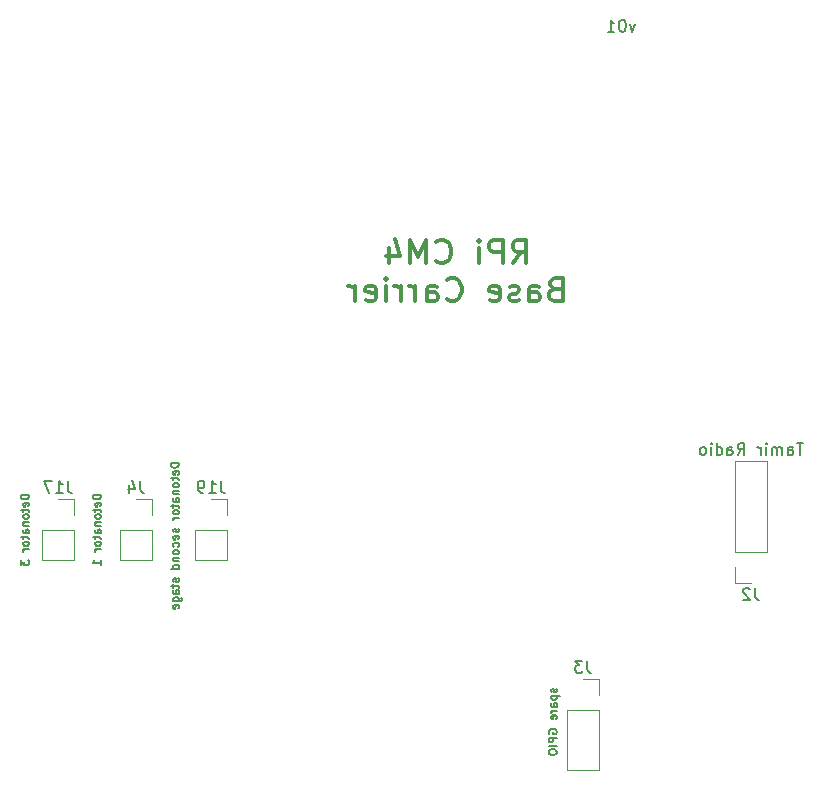
<source format=gbo>
%TF.GenerationSoftware,KiCad,Pcbnew,(6.0.5)*%
%TF.CreationDate,2023-03-12T20:27:36+02:00*%
%TF.ProjectId,rpi-cm4-base-carrier-rocket,7270692d-636d-4342-9d62-6173652d6361,v01*%
%TF.SameCoordinates,Original*%
%TF.FileFunction,Legend,Bot*%
%TF.FilePolarity,Positive*%
%FSLAX46Y46*%
G04 Gerber Fmt 4.6, Leading zero omitted, Abs format (unit mm)*
G04 Created by KiCad (PCBNEW (6.0.5)) date 2023-03-12 20:27:36*
%MOMM*%
%LPD*%
G01*
G04 APERTURE LIST*
%ADD10C,0.300000*%
%ADD11C,0.150000*%
%ADD12C,0.120000*%
G04 APERTURE END LIST*
D10*
X146954285Y-99878761D02*
X147620952Y-98926380D01*
X148097142Y-99878761D02*
X148097142Y-97878761D01*
X147335238Y-97878761D01*
X147144761Y-97974000D01*
X147049523Y-98069238D01*
X146954285Y-98259714D01*
X146954285Y-98545428D01*
X147049523Y-98735904D01*
X147144761Y-98831142D01*
X147335238Y-98926380D01*
X148097142Y-98926380D01*
X146097142Y-99878761D02*
X146097142Y-97878761D01*
X145335238Y-97878761D01*
X145144761Y-97974000D01*
X145049523Y-98069238D01*
X144954285Y-98259714D01*
X144954285Y-98545428D01*
X145049523Y-98735904D01*
X145144761Y-98831142D01*
X145335238Y-98926380D01*
X146097142Y-98926380D01*
X144097142Y-99878761D02*
X144097142Y-98545428D01*
X144097142Y-97878761D02*
X144192380Y-97974000D01*
X144097142Y-98069238D01*
X144001904Y-97974000D01*
X144097142Y-97878761D01*
X144097142Y-98069238D01*
X140478095Y-99688285D02*
X140573333Y-99783523D01*
X140859047Y-99878761D01*
X141049523Y-99878761D01*
X141335238Y-99783523D01*
X141525714Y-99593047D01*
X141620952Y-99402571D01*
X141716190Y-99021619D01*
X141716190Y-98735904D01*
X141620952Y-98354952D01*
X141525714Y-98164476D01*
X141335238Y-97974000D01*
X141049523Y-97878761D01*
X140859047Y-97878761D01*
X140573333Y-97974000D01*
X140478095Y-98069238D01*
X139620952Y-99878761D02*
X139620952Y-97878761D01*
X138954285Y-99307333D01*
X138287619Y-97878761D01*
X138287619Y-99878761D01*
X136478095Y-98545428D02*
X136478095Y-99878761D01*
X136954285Y-97783523D02*
X137430476Y-99212095D01*
X136192380Y-99212095D01*
X150525714Y-102051142D02*
X150240000Y-102146380D01*
X150144761Y-102241619D01*
X150049523Y-102432095D01*
X150049523Y-102717809D01*
X150144761Y-102908285D01*
X150240000Y-103003523D01*
X150430476Y-103098761D01*
X151192380Y-103098761D01*
X151192380Y-101098761D01*
X150525714Y-101098761D01*
X150335238Y-101194000D01*
X150240000Y-101289238D01*
X150144761Y-101479714D01*
X150144761Y-101670190D01*
X150240000Y-101860666D01*
X150335238Y-101955904D01*
X150525714Y-102051142D01*
X151192380Y-102051142D01*
X148335238Y-103098761D02*
X148335238Y-102051142D01*
X148430476Y-101860666D01*
X148620952Y-101765428D01*
X149001904Y-101765428D01*
X149192380Y-101860666D01*
X148335238Y-103003523D02*
X148525714Y-103098761D01*
X149001904Y-103098761D01*
X149192380Y-103003523D01*
X149287619Y-102813047D01*
X149287619Y-102622571D01*
X149192380Y-102432095D01*
X149001904Y-102336857D01*
X148525714Y-102336857D01*
X148335238Y-102241619D01*
X147478095Y-103003523D02*
X147287619Y-103098761D01*
X146906666Y-103098761D01*
X146716190Y-103003523D01*
X146620952Y-102813047D01*
X146620952Y-102717809D01*
X146716190Y-102527333D01*
X146906666Y-102432095D01*
X147192380Y-102432095D01*
X147382857Y-102336857D01*
X147478095Y-102146380D01*
X147478095Y-102051142D01*
X147382857Y-101860666D01*
X147192380Y-101765428D01*
X146906666Y-101765428D01*
X146716190Y-101860666D01*
X145001904Y-103003523D02*
X145192380Y-103098761D01*
X145573333Y-103098761D01*
X145763809Y-103003523D01*
X145859047Y-102813047D01*
X145859047Y-102051142D01*
X145763809Y-101860666D01*
X145573333Y-101765428D01*
X145192380Y-101765428D01*
X145001904Y-101860666D01*
X144906666Y-102051142D01*
X144906666Y-102241619D01*
X145859047Y-102432095D01*
X141382857Y-102908285D02*
X141478095Y-103003523D01*
X141763809Y-103098761D01*
X141954285Y-103098761D01*
X142240000Y-103003523D01*
X142430476Y-102813047D01*
X142525714Y-102622571D01*
X142620952Y-102241619D01*
X142620952Y-101955904D01*
X142525714Y-101574952D01*
X142430476Y-101384476D01*
X142240000Y-101194000D01*
X141954285Y-101098761D01*
X141763809Y-101098761D01*
X141478095Y-101194000D01*
X141382857Y-101289238D01*
X139668571Y-103098761D02*
X139668571Y-102051142D01*
X139763809Y-101860666D01*
X139954285Y-101765428D01*
X140335238Y-101765428D01*
X140525714Y-101860666D01*
X139668571Y-103003523D02*
X139859047Y-103098761D01*
X140335238Y-103098761D01*
X140525714Y-103003523D01*
X140620952Y-102813047D01*
X140620952Y-102622571D01*
X140525714Y-102432095D01*
X140335238Y-102336857D01*
X139859047Y-102336857D01*
X139668571Y-102241619D01*
X138716190Y-103098761D02*
X138716190Y-101765428D01*
X138716190Y-102146380D02*
X138620952Y-101955904D01*
X138525714Y-101860666D01*
X138335238Y-101765428D01*
X138144761Y-101765428D01*
X137478095Y-103098761D02*
X137478095Y-101765428D01*
X137478095Y-102146380D02*
X137382857Y-101955904D01*
X137287619Y-101860666D01*
X137097142Y-101765428D01*
X136906666Y-101765428D01*
X136240000Y-103098761D02*
X136240000Y-101765428D01*
X136240000Y-101098761D02*
X136335238Y-101194000D01*
X136240000Y-101289238D01*
X136144761Y-101194000D01*
X136240000Y-101098761D01*
X136240000Y-101289238D01*
X134525714Y-103003523D02*
X134716190Y-103098761D01*
X135097142Y-103098761D01*
X135287619Y-103003523D01*
X135382857Y-102813047D01*
X135382857Y-102051142D01*
X135287619Y-101860666D01*
X135097142Y-101765428D01*
X134716190Y-101765428D01*
X134525714Y-101860666D01*
X134430476Y-102051142D01*
X134430476Y-102241619D01*
X135382857Y-102432095D01*
X133573333Y-103098761D02*
X133573333Y-101765428D01*
X133573333Y-102146380D02*
X133478095Y-101955904D01*
X133382857Y-101860666D01*
X133192380Y-101765428D01*
X133001904Y-101765428D01*
D11*
X157326476Y-79587714D02*
X157088380Y-80254380D01*
X156850285Y-79587714D01*
X156278857Y-79254380D02*
X156183619Y-79254380D01*
X156088380Y-79302000D01*
X156040761Y-79349619D01*
X155993142Y-79444857D01*
X155945523Y-79635333D01*
X155945523Y-79873428D01*
X155993142Y-80063904D01*
X156040761Y-80159142D01*
X156088380Y-80206761D01*
X156183619Y-80254380D01*
X156278857Y-80254380D01*
X156374095Y-80206761D01*
X156421714Y-80159142D01*
X156469333Y-80063904D01*
X156516952Y-79873428D01*
X156516952Y-79635333D01*
X156469333Y-79444857D01*
X156421714Y-79349619D01*
X156374095Y-79302000D01*
X156278857Y-79254380D01*
X154993142Y-80254380D02*
X155564571Y-80254380D01*
X155278857Y-80254380D02*
X155278857Y-79254380D01*
X155374095Y-79397238D01*
X155469333Y-79492476D01*
X155564571Y-79540095D01*
%TO.C,J4*%
X115395333Y-118280380D02*
X115395333Y-118994666D01*
X115442952Y-119137523D01*
X115538190Y-119232761D01*
X115681047Y-119280380D01*
X115776285Y-119280380D01*
X114490571Y-118613714D02*
X114490571Y-119280380D01*
X114728666Y-118232761D02*
X114966761Y-118947047D01*
X114347714Y-118947047D01*
X112076666Y-119461333D02*
X111376666Y-119461333D01*
X111376666Y-119628000D01*
X111410000Y-119728000D01*
X111476666Y-119794666D01*
X111543333Y-119828000D01*
X111676666Y-119861333D01*
X111776666Y-119861333D01*
X111910000Y-119828000D01*
X111976666Y-119794666D01*
X112043333Y-119728000D01*
X112076666Y-119628000D01*
X112076666Y-119461333D01*
X112043333Y-120428000D02*
X112076666Y-120361333D01*
X112076666Y-120228000D01*
X112043333Y-120161333D01*
X111976666Y-120128000D01*
X111710000Y-120128000D01*
X111643333Y-120161333D01*
X111610000Y-120228000D01*
X111610000Y-120361333D01*
X111643333Y-120428000D01*
X111710000Y-120461333D01*
X111776666Y-120461333D01*
X111843333Y-120128000D01*
X111610000Y-120661333D02*
X111610000Y-120928000D01*
X111376666Y-120761333D02*
X111976666Y-120761333D01*
X112043333Y-120794666D01*
X112076666Y-120861333D01*
X112076666Y-120928000D01*
X112076666Y-121261333D02*
X112043333Y-121194666D01*
X112010000Y-121161333D01*
X111943333Y-121128000D01*
X111743333Y-121128000D01*
X111676666Y-121161333D01*
X111643333Y-121194666D01*
X111610000Y-121261333D01*
X111610000Y-121361333D01*
X111643333Y-121428000D01*
X111676666Y-121461333D01*
X111743333Y-121494666D01*
X111943333Y-121494666D01*
X112010000Y-121461333D01*
X112043333Y-121428000D01*
X112076666Y-121361333D01*
X112076666Y-121261333D01*
X111610000Y-121794666D02*
X112076666Y-121794666D01*
X111676666Y-121794666D02*
X111643333Y-121828000D01*
X111610000Y-121894666D01*
X111610000Y-121994666D01*
X111643333Y-122061333D01*
X111710000Y-122094666D01*
X112076666Y-122094666D01*
X112076666Y-122728000D02*
X111710000Y-122728000D01*
X111643333Y-122694666D01*
X111610000Y-122628000D01*
X111610000Y-122494666D01*
X111643333Y-122428000D01*
X112043333Y-122728000D02*
X112076666Y-122661333D01*
X112076666Y-122494666D01*
X112043333Y-122428000D01*
X111976666Y-122394666D01*
X111910000Y-122394666D01*
X111843333Y-122428000D01*
X111810000Y-122494666D01*
X111810000Y-122661333D01*
X111776666Y-122728000D01*
X111610000Y-122961333D02*
X111610000Y-123228000D01*
X111376666Y-123061333D02*
X111976666Y-123061333D01*
X112043333Y-123094666D01*
X112076666Y-123161333D01*
X112076666Y-123228000D01*
X112076666Y-123561333D02*
X112043333Y-123494666D01*
X112010000Y-123461333D01*
X111943333Y-123428000D01*
X111743333Y-123428000D01*
X111676666Y-123461333D01*
X111643333Y-123494666D01*
X111610000Y-123561333D01*
X111610000Y-123661333D01*
X111643333Y-123728000D01*
X111676666Y-123761333D01*
X111743333Y-123794666D01*
X111943333Y-123794666D01*
X112010000Y-123761333D01*
X112043333Y-123728000D01*
X112076666Y-123661333D01*
X112076666Y-123561333D01*
X112076666Y-124094666D02*
X111610000Y-124094666D01*
X111743333Y-124094666D02*
X111676666Y-124128000D01*
X111643333Y-124161333D01*
X111610000Y-124228000D01*
X111610000Y-124294666D01*
X112076666Y-125428000D02*
X112076666Y-125028000D01*
X112076666Y-125228000D02*
X111376666Y-125228000D01*
X111476666Y-125161333D01*
X111543333Y-125094666D01*
X111576666Y-125028000D01*
%TO.C,J2*%
X167465333Y-127375380D02*
X167465333Y-128089666D01*
X167512952Y-128232523D01*
X167608190Y-128327761D01*
X167751047Y-128375380D01*
X167846285Y-128375380D01*
X167036761Y-127470619D02*
X166989142Y-127423000D01*
X166893904Y-127375380D01*
X166655809Y-127375380D01*
X166560571Y-127423000D01*
X166512952Y-127470619D01*
X166465333Y-127565857D01*
X166465333Y-127661095D01*
X166512952Y-127803952D01*
X167084380Y-128375380D01*
X166465333Y-128375380D01*
X171560571Y-115095380D02*
X170989142Y-115095380D01*
X171274857Y-116095380D02*
X171274857Y-115095380D01*
X170227238Y-116095380D02*
X170227238Y-115571571D01*
X170274857Y-115476333D01*
X170370095Y-115428714D01*
X170560571Y-115428714D01*
X170655809Y-115476333D01*
X170227238Y-116047761D02*
X170322476Y-116095380D01*
X170560571Y-116095380D01*
X170655809Y-116047761D01*
X170703428Y-115952523D01*
X170703428Y-115857285D01*
X170655809Y-115762047D01*
X170560571Y-115714428D01*
X170322476Y-115714428D01*
X170227238Y-115666809D01*
X169751047Y-116095380D02*
X169751047Y-115428714D01*
X169751047Y-115523952D02*
X169703428Y-115476333D01*
X169608190Y-115428714D01*
X169465333Y-115428714D01*
X169370095Y-115476333D01*
X169322476Y-115571571D01*
X169322476Y-116095380D01*
X169322476Y-115571571D02*
X169274857Y-115476333D01*
X169179619Y-115428714D01*
X169036761Y-115428714D01*
X168941523Y-115476333D01*
X168893904Y-115571571D01*
X168893904Y-116095380D01*
X168417714Y-116095380D02*
X168417714Y-115428714D01*
X168417714Y-115095380D02*
X168465333Y-115143000D01*
X168417714Y-115190619D01*
X168370095Y-115143000D01*
X168417714Y-115095380D01*
X168417714Y-115190619D01*
X167941523Y-116095380D02*
X167941523Y-115428714D01*
X167941523Y-115619190D02*
X167893904Y-115523952D01*
X167846285Y-115476333D01*
X167751047Y-115428714D01*
X167655809Y-115428714D01*
X165989142Y-116095380D02*
X166322476Y-115619190D01*
X166560571Y-116095380D02*
X166560571Y-115095380D01*
X166179619Y-115095380D01*
X166084380Y-115143000D01*
X166036761Y-115190619D01*
X165989142Y-115285857D01*
X165989142Y-115428714D01*
X166036761Y-115523952D01*
X166084380Y-115571571D01*
X166179619Y-115619190D01*
X166560571Y-115619190D01*
X165132000Y-116095380D02*
X165132000Y-115571571D01*
X165179619Y-115476333D01*
X165274857Y-115428714D01*
X165465333Y-115428714D01*
X165560571Y-115476333D01*
X165132000Y-116047761D02*
X165227238Y-116095380D01*
X165465333Y-116095380D01*
X165560571Y-116047761D01*
X165608190Y-115952523D01*
X165608190Y-115857285D01*
X165560571Y-115762047D01*
X165465333Y-115714428D01*
X165227238Y-115714428D01*
X165132000Y-115666809D01*
X164227238Y-116095380D02*
X164227238Y-115095380D01*
X164227238Y-116047761D02*
X164322476Y-116095380D01*
X164512952Y-116095380D01*
X164608190Y-116047761D01*
X164655809Y-116000142D01*
X164703428Y-115904904D01*
X164703428Y-115619190D01*
X164655809Y-115523952D01*
X164608190Y-115476333D01*
X164512952Y-115428714D01*
X164322476Y-115428714D01*
X164227238Y-115476333D01*
X163751047Y-116095380D02*
X163751047Y-115428714D01*
X163751047Y-115095380D02*
X163798666Y-115143000D01*
X163751047Y-115190619D01*
X163703428Y-115143000D01*
X163751047Y-115095380D01*
X163751047Y-115190619D01*
X163132000Y-116095380D02*
X163227238Y-116047761D01*
X163274857Y-116000142D01*
X163322476Y-115904904D01*
X163322476Y-115619190D01*
X163274857Y-115523952D01*
X163227238Y-115476333D01*
X163132000Y-115428714D01*
X162989142Y-115428714D01*
X162893904Y-115476333D01*
X162846285Y-115523952D01*
X162798666Y-115619190D01*
X162798666Y-115904904D01*
X162846285Y-116000142D01*
X162893904Y-116047761D01*
X162989142Y-116095380D01*
X163132000Y-116095380D01*
%TO.C,J3*%
X153241333Y-133520380D02*
X153241333Y-134234666D01*
X153288952Y-134377523D01*
X153384190Y-134472761D01*
X153527047Y-134520380D01*
X153622285Y-134520380D01*
X152860380Y-133520380D02*
X152241333Y-133520380D01*
X152574666Y-133901333D01*
X152431809Y-133901333D01*
X152336571Y-133948952D01*
X152288952Y-133996571D01*
X152241333Y-134091809D01*
X152241333Y-134329904D01*
X152288952Y-134425142D01*
X152336571Y-134472761D01*
X152431809Y-134520380D01*
X152717523Y-134520380D01*
X152812761Y-134472761D01*
X152860380Y-134425142D01*
X150651333Y-135884000D02*
X150684666Y-135950666D01*
X150684666Y-136084000D01*
X150651333Y-136150666D01*
X150584666Y-136184000D01*
X150551333Y-136184000D01*
X150484666Y-136150666D01*
X150451333Y-136084000D01*
X150451333Y-135984000D01*
X150418000Y-135917333D01*
X150351333Y-135884000D01*
X150318000Y-135884000D01*
X150251333Y-135917333D01*
X150218000Y-135984000D01*
X150218000Y-136084000D01*
X150251333Y-136150666D01*
X150218000Y-136484000D02*
X150918000Y-136484000D01*
X150251333Y-136484000D02*
X150218000Y-136550666D01*
X150218000Y-136684000D01*
X150251333Y-136750666D01*
X150284666Y-136784000D01*
X150351333Y-136817333D01*
X150551333Y-136817333D01*
X150618000Y-136784000D01*
X150651333Y-136750666D01*
X150684666Y-136684000D01*
X150684666Y-136550666D01*
X150651333Y-136484000D01*
X150684666Y-137417333D02*
X150318000Y-137417333D01*
X150251333Y-137384000D01*
X150218000Y-137317333D01*
X150218000Y-137184000D01*
X150251333Y-137117333D01*
X150651333Y-137417333D02*
X150684666Y-137350666D01*
X150684666Y-137184000D01*
X150651333Y-137117333D01*
X150584666Y-137084000D01*
X150518000Y-137084000D01*
X150451333Y-137117333D01*
X150418000Y-137184000D01*
X150418000Y-137350666D01*
X150384666Y-137417333D01*
X150684666Y-137750666D02*
X150218000Y-137750666D01*
X150351333Y-137750666D02*
X150284666Y-137784000D01*
X150251333Y-137817333D01*
X150218000Y-137884000D01*
X150218000Y-137950666D01*
X150651333Y-138450666D02*
X150684666Y-138384000D01*
X150684666Y-138250666D01*
X150651333Y-138184000D01*
X150584666Y-138150666D01*
X150318000Y-138150666D01*
X150251333Y-138184000D01*
X150218000Y-138250666D01*
X150218000Y-138384000D01*
X150251333Y-138450666D01*
X150318000Y-138484000D01*
X150384666Y-138484000D01*
X150451333Y-138150666D01*
X150018000Y-139684000D02*
X149984666Y-139617333D01*
X149984666Y-139517333D01*
X150018000Y-139417333D01*
X150084666Y-139350666D01*
X150151333Y-139317333D01*
X150284666Y-139284000D01*
X150384666Y-139284000D01*
X150518000Y-139317333D01*
X150584666Y-139350666D01*
X150651333Y-139417333D01*
X150684666Y-139517333D01*
X150684666Y-139584000D01*
X150651333Y-139684000D01*
X150618000Y-139717333D01*
X150384666Y-139717333D01*
X150384666Y-139584000D01*
X150684666Y-140017333D02*
X149984666Y-140017333D01*
X149984666Y-140284000D01*
X150018000Y-140350666D01*
X150051333Y-140384000D01*
X150118000Y-140417333D01*
X150218000Y-140417333D01*
X150284666Y-140384000D01*
X150318000Y-140350666D01*
X150351333Y-140284000D01*
X150351333Y-140017333D01*
X150684666Y-140717333D02*
X149984666Y-140717333D01*
X149984666Y-141184000D02*
X149984666Y-141317333D01*
X150018000Y-141384000D01*
X150084666Y-141450666D01*
X150218000Y-141484000D01*
X150451333Y-141484000D01*
X150584666Y-141450666D01*
X150651333Y-141384000D01*
X150684666Y-141317333D01*
X150684666Y-141184000D01*
X150651333Y-141117333D01*
X150584666Y-141050666D01*
X150451333Y-141017333D01*
X150218000Y-141017333D01*
X150084666Y-141050666D01*
X150018000Y-141117333D01*
X149984666Y-141184000D01*
%TO.C,J19*%
X122221523Y-118280380D02*
X122221523Y-118994666D01*
X122269142Y-119137523D01*
X122364380Y-119232761D01*
X122507238Y-119280380D01*
X122602476Y-119280380D01*
X121221523Y-119280380D02*
X121792952Y-119280380D01*
X121507238Y-119280380D02*
X121507238Y-118280380D01*
X121602476Y-118423238D01*
X121697714Y-118518476D01*
X121792952Y-118566095D01*
X120745333Y-119280380D02*
X120554857Y-119280380D01*
X120459619Y-119232761D01*
X120412000Y-119185142D01*
X120316761Y-119042285D01*
X120269142Y-118851809D01*
X120269142Y-118470857D01*
X120316761Y-118375619D01*
X120364380Y-118328000D01*
X120459619Y-118280380D01*
X120650095Y-118280380D01*
X120745333Y-118328000D01*
X120792952Y-118375619D01*
X120840571Y-118470857D01*
X120840571Y-118708952D01*
X120792952Y-118804190D01*
X120745333Y-118851809D01*
X120650095Y-118899428D01*
X120459619Y-118899428D01*
X120364380Y-118851809D01*
X120316761Y-118804190D01*
X120269142Y-118708952D01*
X118680666Y-116786000D02*
X117980666Y-116786000D01*
X117980666Y-116952666D01*
X118014000Y-117052666D01*
X118080666Y-117119333D01*
X118147333Y-117152666D01*
X118280666Y-117186000D01*
X118380666Y-117186000D01*
X118514000Y-117152666D01*
X118580666Y-117119333D01*
X118647333Y-117052666D01*
X118680666Y-116952666D01*
X118680666Y-116786000D01*
X118647333Y-117752666D02*
X118680666Y-117686000D01*
X118680666Y-117552666D01*
X118647333Y-117486000D01*
X118580666Y-117452666D01*
X118314000Y-117452666D01*
X118247333Y-117486000D01*
X118214000Y-117552666D01*
X118214000Y-117686000D01*
X118247333Y-117752666D01*
X118314000Y-117786000D01*
X118380666Y-117786000D01*
X118447333Y-117452666D01*
X118214000Y-117986000D02*
X118214000Y-118252666D01*
X117980666Y-118086000D02*
X118580666Y-118086000D01*
X118647333Y-118119333D01*
X118680666Y-118186000D01*
X118680666Y-118252666D01*
X118680666Y-118586000D02*
X118647333Y-118519333D01*
X118614000Y-118486000D01*
X118547333Y-118452666D01*
X118347333Y-118452666D01*
X118280666Y-118486000D01*
X118247333Y-118519333D01*
X118214000Y-118586000D01*
X118214000Y-118686000D01*
X118247333Y-118752666D01*
X118280666Y-118786000D01*
X118347333Y-118819333D01*
X118547333Y-118819333D01*
X118614000Y-118786000D01*
X118647333Y-118752666D01*
X118680666Y-118686000D01*
X118680666Y-118586000D01*
X118214000Y-119119333D02*
X118680666Y-119119333D01*
X118280666Y-119119333D02*
X118247333Y-119152666D01*
X118214000Y-119219333D01*
X118214000Y-119319333D01*
X118247333Y-119386000D01*
X118314000Y-119419333D01*
X118680666Y-119419333D01*
X118680666Y-120052666D02*
X118314000Y-120052666D01*
X118247333Y-120019333D01*
X118214000Y-119952666D01*
X118214000Y-119819333D01*
X118247333Y-119752666D01*
X118647333Y-120052666D02*
X118680666Y-119986000D01*
X118680666Y-119819333D01*
X118647333Y-119752666D01*
X118580666Y-119719333D01*
X118514000Y-119719333D01*
X118447333Y-119752666D01*
X118414000Y-119819333D01*
X118414000Y-119986000D01*
X118380666Y-120052666D01*
X118214000Y-120286000D02*
X118214000Y-120552666D01*
X117980666Y-120386000D02*
X118580666Y-120386000D01*
X118647333Y-120419333D01*
X118680666Y-120486000D01*
X118680666Y-120552666D01*
X118680666Y-120886000D02*
X118647333Y-120819333D01*
X118614000Y-120786000D01*
X118547333Y-120752666D01*
X118347333Y-120752666D01*
X118280666Y-120786000D01*
X118247333Y-120819333D01*
X118214000Y-120886000D01*
X118214000Y-120986000D01*
X118247333Y-121052666D01*
X118280666Y-121086000D01*
X118347333Y-121119333D01*
X118547333Y-121119333D01*
X118614000Y-121086000D01*
X118647333Y-121052666D01*
X118680666Y-120986000D01*
X118680666Y-120886000D01*
X118680666Y-121419333D02*
X118214000Y-121419333D01*
X118347333Y-121419333D02*
X118280666Y-121452666D01*
X118247333Y-121486000D01*
X118214000Y-121552666D01*
X118214000Y-121619333D01*
X118647333Y-122352666D02*
X118680666Y-122419333D01*
X118680666Y-122552666D01*
X118647333Y-122619333D01*
X118580666Y-122652666D01*
X118547333Y-122652666D01*
X118480666Y-122619333D01*
X118447333Y-122552666D01*
X118447333Y-122452666D01*
X118414000Y-122386000D01*
X118347333Y-122352666D01*
X118314000Y-122352666D01*
X118247333Y-122386000D01*
X118214000Y-122452666D01*
X118214000Y-122552666D01*
X118247333Y-122619333D01*
X118647333Y-123219333D02*
X118680666Y-123152666D01*
X118680666Y-123019333D01*
X118647333Y-122952666D01*
X118580666Y-122919333D01*
X118314000Y-122919333D01*
X118247333Y-122952666D01*
X118214000Y-123019333D01*
X118214000Y-123152666D01*
X118247333Y-123219333D01*
X118314000Y-123252666D01*
X118380666Y-123252666D01*
X118447333Y-122919333D01*
X118647333Y-123852666D02*
X118680666Y-123786000D01*
X118680666Y-123652666D01*
X118647333Y-123586000D01*
X118614000Y-123552666D01*
X118547333Y-123519333D01*
X118347333Y-123519333D01*
X118280666Y-123552666D01*
X118247333Y-123586000D01*
X118214000Y-123652666D01*
X118214000Y-123786000D01*
X118247333Y-123852666D01*
X118680666Y-124252666D02*
X118647333Y-124186000D01*
X118614000Y-124152666D01*
X118547333Y-124119333D01*
X118347333Y-124119333D01*
X118280666Y-124152666D01*
X118247333Y-124186000D01*
X118214000Y-124252666D01*
X118214000Y-124352666D01*
X118247333Y-124419333D01*
X118280666Y-124452666D01*
X118347333Y-124486000D01*
X118547333Y-124486000D01*
X118614000Y-124452666D01*
X118647333Y-124419333D01*
X118680666Y-124352666D01*
X118680666Y-124252666D01*
X118214000Y-124786000D02*
X118680666Y-124786000D01*
X118280666Y-124786000D02*
X118247333Y-124819333D01*
X118214000Y-124886000D01*
X118214000Y-124986000D01*
X118247333Y-125052666D01*
X118314000Y-125086000D01*
X118680666Y-125086000D01*
X118680666Y-125719333D02*
X117980666Y-125719333D01*
X118647333Y-125719333D02*
X118680666Y-125652666D01*
X118680666Y-125519333D01*
X118647333Y-125452666D01*
X118614000Y-125419333D01*
X118547333Y-125386000D01*
X118347333Y-125386000D01*
X118280666Y-125419333D01*
X118247333Y-125452666D01*
X118214000Y-125519333D01*
X118214000Y-125652666D01*
X118247333Y-125719333D01*
X118647333Y-126552666D02*
X118680666Y-126619333D01*
X118680666Y-126752666D01*
X118647333Y-126819333D01*
X118580666Y-126852666D01*
X118547333Y-126852666D01*
X118480666Y-126819333D01*
X118447333Y-126752666D01*
X118447333Y-126652666D01*
X118414000Y-126586000D01*
X118347333Y-126552666D01*
X118314000Y-126552666D01*
X118247333Y-126586000D01*
X118214000Y-126652666D01*
X118214000Y-126752666D01*
X118247333Y-126819333D01*
X118214000Y-127052666D02*
X118214000Y-127319333D01*
X117980666Y-127152666D02*
X118580666Y-127152666D01*
X118647333Y-127186000D01*
X118680666Y-127252666D01*
X118680666Y-127319333D01*
X118680666Y-127852666D02*
X118314000Y-127852666D01*
X118247333Y-127819333D01*
X118214000Y-127752666D01*
X118214000Y-127619333D01*
X118247333Y-127552666D01*
X118647333Y-127852666D02*
X118680666Y-127786000D01*
X118680666Y-127619333D01*
X118647333Y-127552666D01*
X118580666Y-127519333D01*
X118514000Y-127519333D01*
X118447333Y-127552666D01*
X118414000Y-127619333D01*
X118414000Y-127786000D01*
X118380666Y-127852666D01*
X118214000Y-128486000D02*
X118780666Y-128486000D01*
X118847333Y-128452666D01*
X118880666Y-128419333D01*
X118914000Y-128352666D01*
X118914000Y-128252666D01*
X118880666Y-128186000D01*
X118647333Y-128486000D02*
X118680666Y-128419333D01*
X118680666Y-128286000D01*
X118647333Y-128219333D01*
X118614000Y-128186000D01*
X118547333Y-128152666D01*
X118347333Y-128152666D01*
X118280666Y-128186000D01*
X118247333Y-128219333D01*
X118214000Y-128286000D01*
X118214000Y-128419333D01*
X118247333Y-128486000D01*
X118647333Y-129086000D02*
X118680666Y-129019333D01*
X118680666Y-128886000D01*
X118647333Y-128819333D01*
X118580666Y-128786000D01*
X118314000Y-128786000D01*
X118247333Y-128819333D01*
X118214000Y-128886000D01*
X118214000Y-129019333D01*
X118247333Y-129086000D01*
X118314000Y-129119333D01*
X118380666Y-129119333D01*
X118447333Y-128786000D01*
%TO.C,J17*%
X109267523Y-118275380D02*
X109267523Y-118989666D01*
X109315142Y-119132523D01*
X109410380Y-119227761D01*
X109553238Y-119275380D01*
X109648476Y-119275380D01*
X108267523Y-119275380D02*
X108838952Y-119275380D01*
X108553238Y-119275380D02*
X108553238Y-118275380D01*
X108648476Y-118418238D01*
X108743714Y-118513476D01*
X108838952Y-118561095D01*
X107934190Y-118275380D02*
X107267523Y-118275380D01*
X107696095Y-119275380D01*
X105980666Y-119461333D02*
X105280666Y-119461333D01*
X105280666Y-119628000D01*
X105314000Y-119728000D01*
X105380666Y-119794666D01*
X105447333Y-119828000D01*
X105580666Y-119861333D01*
X105680666Y-119861333D01*
X105814000Y-119828000D01*
X105880666Y-119794666D01*
X105947333Y-119728000D01*
X105980666Y-119628000D01*
X105980666Y-119461333D01*
X105947333Y-120428000D02*
X105980666Y-120361333D01*
X105980666Y-120228000D01*
X105947333Y-120161333D01*
X105880666Y-120128000D01*
X105614000Y-120128000D01*
X105547333Y-120161333D01*
X105514000Y-120228000D01*
X105514000Y-120361333D01*
X105547333Y-120428000D01*
X105614000Y-120461333D01*
X105680666Y-120461333D01*
X105747333Y-120128000D01*
X105514000Y-120661333D02*
X105514000Y-120928000D01*
X105280666Y-120761333D02*
X105880666Y-120761333D01*
X105947333Y-120794666D01*
X105980666Y-120861333D01*
X105980666Y-120928000D01*
X105980666Y-121261333D02*
X105947333Y-121194666D01*
X105914000Y-121161333D01*
X105847333Y-121128000D01*
X105647333Y-121128000D01*
X105580666Y-121161333D01*
X105547333Y-121194666D01*
X105514000Y-121261333D01*
X105514000Y-121361333D01*
X105547333Y-121428000D01*
X105580666Y-121461333D01*
X105647333Y-121494666D01*
X105847333Y-121494666D01*
X105914000Y-121461333D01*
X105947333Y-121428000D01*
X105980666Y-121361333D01*
X105980666Y-121261333D01*
X105514000Y-121794666D02*
X105980666Y-121794666D01*
X105580666Y-121794666D02*
X105547333Y-121828000D01*
X105514000Y-121894666D01*
X105514000Y-121994666D01*
X105547333Y-122061333D01*
X105614000Y-122094666D01*
X105980666Y-122094666D01*
X105980666Y-122728000D02*
X105614000Y-122728000D01*
X105547333Y-122694666D01*
X105514000Y-122628000D01*
X105514000Y-122494666D01*
X105547333Y-122428000D01*
X105947333Y-122728000D02*
X105980666Y-122661333D01*
X105980666Y-122494666D01*
X105947333Y-122428000D01*
X105880666Y-122394666D01*
X105814000Y-122394666D01*
X105747333Y-122428000D01*
X105714000Y-122494666D01*
X105714000Y-122661333D01*
X105680666Y-122728000D01*
X105514000Y-122961333D02*
X105514000Y-123228000D01*
X105280666Y-123061333D02*
X105880666Y-123061333D01*
X105947333Y-123094666D01*
X105980666Y-123161333D01*
X105980666Y-123228000D01*
X105980666Y-123561333D02*
X105947333Y-123494666D01*
X105914000Y-123461333D01*
X105847333Y-123428000D01*
X105647333Y-123428000D01*
X105580666Y-123461333D01*
X105547333Y-123494666D01*
X105514000Y-123561333D01*
X105514000Y-123661333D01*
X105547333Y-123728000D01*
X105580666Y-123761333D01*
X105647333Y-123794666D01*
X105847333Y-123794666D01*
X105914000Y-123761333D01*
X105947333Y-123728000D01*
X105980666Y-123661333D01*
X105980666Y-123561333D01*
X105980666Y-124094666D02*
X105514000Y-124094666D01*
X105647333Y-124094666D02*
X105580666Y-124128000D01*
X105547333Y-124161333D01*
X105514000Y-124228000D01*
X105514000Y-124294666D01*
X105280666Y-124994666D02*
X105280666Y-125428000D01*
X105547333Y-125194666D01*
X105547333Y-125294666D01*
X105580666Y-125361333D01*
X105614000Y-125394666D01*
X105680666Y-125428000D01*
X105847333Y-125428000D01*
X105914000Y-125394666D01*
X105947333Y-125361333D01*
X105980666Y-125294666D01*
X105980666Y-125094666D01*
X105947333Y-125028000D01*
X105914000Y-124994666D01*
D12*
%TO.C,J4*%
X116392000Y-125028000D02*
X113732000Y-125028000D01*
X116392000Y-119828000D02*
X115062000Y-119828000D01*
X116392000Y-122428000D02*
X116392000Y-125028000D01*
X116392000Y-121158000D02*
X116392000Y-119828000D01*
X116392000Y-122428000D02*
X113732000Y-122428000D01*
X113732000Y-122428000D02*
X113732000Y-125028000D01*
%TO.C,J2*%
X165802000Y-126923000D02*
X167132000Y-126923000D01*
X165802000Y-116643000D02*
X168462000Y-116643000D01*
X168462000Y-124323000D02*
X168462000Y-116643000D01*
X165802000Y-124323000D02*
X168462000Y-124323000D01*
X165802000Y-125593000D02*
X165802000Y-126923000D01*
X165802000Y-124323000D02*
X165802000Y-116643000D01*
%TO.C,J3*%
X154238000Y-137668000D02*
X151578000Y-137668000D01*
X154238000Y-137668000D02*
X154238000Y-142808000D01*
X154238000Y-135068000D02*
X152908000Y-135068000D01*
X154238000Y-136398000D02*
X154238000Y-135068000D01*
X154238000Y-142808000D02*
X151578000Y-142808000D01*
X151578000Y-137668000D02*
X151578000Y-142808000D01*
%TO.C,J19*%
X122742000Y-125028000D02*
X120082000Y-125028000D01*
X122742000Y-121158000D02*
X122742000Y-119828000D01*
X122742000Y-122428000D02*
X120082000Y-122428000D01*
X122742000Y-122428000D02*
X122742000Y-125028000D01*
X122742000Y-119828000D02*
X121412000Y-119828000D01*
X120082000Y-122428000D02*
X120082000Y-125028000D01*
%TO.C,J17*%
X109788000Y-122423000D02*
X107128000Y-122423000D01*
X109788000Y-119823000D02*
X108458000Y-119823000D01*
X109788000Y-121153000D02*
X109788000Y-119823000D01*
X109788000Y-125023000D02*
X107128000Y-125023000D01*
X107128000Y-122423000D02*
X107128000Y-125023000D01*
X109788000Y-122423000D02*
X109788000Y-125023000D01*
%TD*%
M02*

</source>
